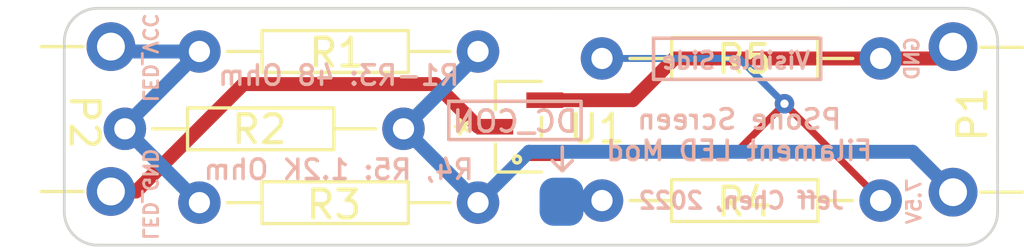
<source format=kicad_pcb>
(kicad_pcb (version 20211014) (generator pcbnew)
  (title_block (title "PSone Filament LCD Backlight Mod") (date "2022-08-20") (rev "1") (company "Jeff Chen"))
  (layers (0 "F.Cu" signal "Front") (31 "B.Cu" signal "Back") (34 "B.Paste" user) (35 "F.Paste" user) (36 "B.SilkS" user "B.Silkscreen") (37 "F.SilkS" user "F.Silkscreen") (38 "B.Mask" user) (39 "F.Mask" user) (44 "Edge.Cuts" user))
  (net 0 "")
  (net 1 "/GND")
  (net 2 "/LED_Vcc")
  (net 3 "/LED_GND")
  (net 4 "DC_CON")
  (net 5 "/DC7.5")
  (net 6 "/DC_CON_Split")
  (footprint "PSone Filament LCD Backlight Mod:THT_Resistor" (layer "F.Cu") (at 139.725 106.1)
    (fp_text reference "R4" (at 5.1 0.05 unlocked) (layer "F.SilkS"))
    (fp_text value "1.2K")
    (fp_line (start 7.75 -0.75) (end 7.75 0) (layer "F.SilkS") (width 0.12))
    (fp_line (start 2.5 0.75) (end 2.5 0) (layer "F.SilkS") (width 0.12))
    (fp_line (start 2.5 -0.75) (end 7.75 -0.75) (layer "F.SilkS") (width 0.12))
    (fp_line (start 7.75 0) (end 7.75 0.75) (layer "F.SilkS") (width 0.12))
    (fp_line (start 1 0) (end 2.5 0) (layer "F.SilkS") (width 0.12))
    (fp_line (start 7.75 0) (end 9 0) (layer "F.SilkS") (width 0.12))
    (fp_line (start 2.5 0) (end 2.5 -0.75) (layer "F.SilkS") (width 0.12))
    (fp_line (start 7.75 0.75) (end 2.5 0.75) (layer "F.SilkS") (width 0.12))
    (pad "1" thru_hole circle (at 0 0) (size 1.524 1.524) (drill 0.762) (layers *.Cu *.Mask) (net 4 "DC_CON"))
    (pad "2" thru_hole circle (at 10 0) (size 1.524 1.524) (drill 0.762) (layers *.Cu *.Mask) (net 6 "/DC_CON_Split"))
  )
  (footprint "PSone Filament LCD Backlight Mod:THT_Resistor" (layer "F.Cu") (at 132.6 103.525 180)
    (fp_text reference "R2" (at 5.175 -0.025 unlocked) (layer "F.SilkS"))
    (fp_text value "48")
    (fp_line (start 7.75 -0.75) (end 7.75 0) (layer "F.SilkS") (width 0.12))
    (fp_line (start 7.75 0) (end 9 0) (layer "F.SilkS") (width 0.12))
    (fp_line (start 2.5 -0.75) (end 7.75 -0.75) (layer "F.SilkS") (width 0.12))
    (fp_line (start 2.5 0) (end 2.5 -0.75) (layer "F.SilkS") (width 0.12))
    (fp_line (start 1 0) (end 2.5 0) (layer "F.SilkS") (width 0.12))
    (fp_line (start 7.75 0) (end 7.75 0.75) (layer "F.SilkS") (width 0.12))
    (fp_line (start 7.75 0.75) (end 2.5 0.75) (layer "F.SilkS") (width 0.12))
    (fp_line (start 2.5 0.75) (end 2.5 0) (layer "F.SilkS") (width 0.12))
    (pad "1" thru_hole circle (at 0 0 180) (size 1.524 1.524) (drill 0.762) (layers *.Cu *.Mask) (net 5 "/DC7.5"))
    (pad "2" thru_hole circle (at 10 0 180) (size 1.524 1.524) (drill 0.762) (layers *.Cu *.Mask) (net 2 "/LED_Vcc"))
  )
  (footprint "PSone Filament LCD Backlight Mod:THT_Resistor" (layer "F.Cu") (at 139.725 101)
    (fp_text reference "R5" (at 5.1 0.025 unlocked) (layer "F.SilkS"))
    (fp_text value "1.2K")
    (fp_line (start 7.75 0.75) (end 2.5 0.75) (layer "F.SilkS") (width 0.12))
    (fp_line (start 2.5 -0.75) (end 7.75 -0.75) (layer "F.SilkS") (width 0.12))
    (fp_line (start 7.75 0) (end 9 0) (layer "F.SilkS") (width 0.12))
    (fp_line (start 2.5 0) (end 2.5 -0.75) (layer "F.SilkS") (width 0.12))
    (fp_line (start 1 0) (end 2.5 0) (layer "F.SilkS") (width 0.12))
    (fp_line (start 2.5 0.75) (end 2.5 0) (layer "F.SilkS") (width 0.12))
    (fp_line (start 7.75 -0.75) (end 7.75 0) (layer "F.SilkS") (width 0.12))
    (fp_line (start 7.75 0) (end 7.75 0.75) (layer "F.SilkS") (width 0.12))
    (pad "1" thru_hole circle (at 0 0) (size 1.524 1.524) (drill 0.762) (layers *.Cu *.Mask) (net 6 "/DC_CON_Split"))
    (pad "2" thru_hole circle (at 10 0) (size 1.524 1.524) (drill 0.762) (layers *.Cu *.Mask) (net 1 "/GND"))
  )
  (footprint "PSone Filament LCD Backlight Mod:BSR14" (layer "F.Cu") (at 136.725 103.45 90)
    (fp_text reference "U1" (at -0.075 2.825) (layer "F.SilkS"))
    (fp_text value "SOT23_NEX")
    (fp_text user "*" (at 0 -1.7 90) (layer "F.SilkS"))
    (fp_line (start -1.6256 -0.8255) (end -1.6256 0.8255) (layer "F.SilkS") (width 0.12))
    (fp_line (start 1.6256 -0.8255) (end 0.61214 -0.8255) (layer "F.SilkS") (width 0.12))
    (fp_line (start -0.34036 0.8255) (end 0.34036 0.8255) (layer "F.SilkS") (width 0.12))
    (fp_line (start 1.6256 0.8255) (end 1.6256 -0.8255) (layer "F.SilkS") (width 0.12))
    (fp_line (start -0.61214 -0.8255) (end -1.6256 -0.8255) (layer "F.SilkS") (width 0.12))
    (fp_circle (center -1.175 -0.05) (end -1.048 -0.05) (layer "F.SilkS") (width 0.12) (fill none))
    (pad "1" smd rect (at -0.9525 0.9452 90) (size 0.5588 1.3208) (layers "F.Cu" "F.Paste" "F.Mask") (net 6 "/DC_CON_Split"))
    (pad "2" smd rect (at 0.9525 0.9452 90) (size 0.5588 1.3208) (layers "F.Cu" "F.Paste" "F.Mask") (net 1 "/GND"))
    (pad "3" smd rect (at 0 -0.84725 90) (size 0.5588 1.3208) (layers "F.Cu" "F.Paste" "F.Mask") (net 3 "/LED_GND"))
  )
  (footprint "PSone Filament LCD Backlight Mod:LED_PWR" (layer "F.Cu") (at 122.1 100.575)
    (fp_text reference "P2" (at -0.95 2.7 270 unlocked) (layer "F.SilkS"))
    (fp_text value "Power_Out")
    (fp_line (start -1 5.2) (end -2.5 5.2) (layer "F.SilkS") (width 0.12))
    (fp_line (start -1 0) (end -2.5 0) (layer "F.SilkS") (width 0.12))
    (pad "1" thru_hole circle (at 0 0) (size 1.75 1.75) (drill 1) (layers *.Cu *.Mask) (net 2 "/LED_Vcc"))
    (pad "2" thru_hole circle (at 0 5.2) (size 1.75 1.75) (drill 1) (layers *.Cu *.Mask) (net 3 "/LED_GND"))
  )
  (footprint "PSone Filament LCD Backlight Mod:THT_Resistor" (layer "F.Cu") (at 135.275 106.175 180)
    (fp_text reference "R3" (at 5.175 -0.075 unlocked) (layer "F.SilkS"))
    (fp_text value "48")
    (fp_line (start 7.75 0.75) (end 2.5 0.75) (layer "F.SilkS") (width 0.12))
    (fp_line (start 1 0) (end 2.5 0) (layer "F.SilkS") (width 0.12))
    (fp_line (start 2.5 -0.75) (end 7.75 -0.75) (layer "F.SilkS") (width 0.12))
    (fp_line (start 2.5 0) (end 2.5 -0.75) (layer "F.SilkS") (width 0.12))
    (fp_line (start 7.75 0) (end 7.75 0.75) (layer "F.SilkS") (width 0.12))
    (fp_line (start 7.75 -0.75) (end 7.75 0) (layer "F.SilkS") (width 0.12))
    (fp_line (start 2.5 0.75) (end 2.5 0) (layer "F.SilkS") (width 0.12))
    (fp_line (start 7.75 0) (end 9 0) (layer "F.SilkS") (width 0.12))
    (pad "1" thru_hole circle (at 0 0 180) (size 1.524 1.524) (drill 0.762) (layers *.Cu *.Mask) (net 5 "/DC7.5"))
    (pad "2" thru_hole circle (at 10 0 180) (size 1.524 1.524) (drill 0.762) (layers *.Cu *.Mask) (net 2 "/LED_Vcc"))
  )
  (footprint "PSone Filament LCD Backlight Mod:THT_Resistor" (layer "F.Cu") (at 135.275 100.75 180)
    (fp_text reference "R1" (at 5.075 -0.05 unlocked) (layer "F.SilkS"))
    (fp_text value "48")
    (fp_line (start 7.75 0) (end 7.75 0.75) (layer "F.SilkS") (width 0.12))
    (fp_line (start 7.75 -0.75) (end 7.75 0) (layer "F.SilkS") (width 0.12))
    (fp_line (start 7.75 0) (end 9 0) (layer "F.SilkS") (width 0.12))
    (fp_line (start 2.5 0.75) (end 2.5 0) (layer "F.SilkS") (width 0.12))
    (fp_line (start 2.5 -0.75) (end 7.75 -0.75) (layer "F.SilkS") (width 0.12))
    (fp_line (start 2.5 0) (end 2.5 -0.75) (layer "F.SilkS") (width 0.12))
    (fp_line (start 7.75 0.75) (end 2.5 0.75) (layer "F.SilkS") (width 0.12))
    (fp_line (start 1 0) (end 2.5 0) (layer "F.SilkS") (width 0.12))
    (pad "1" thru_hole circle (at 0 0 180) (size 1.524 1.524) (drill 0.762) (layers *.Cu *.Mask) (net 5 "/DC7.5"))
    (pad "2" thru_hole circle (at 10 0 180) (size 1.524 1.524) (drill 0.762) (layers *.Cu *.Mask) (net 2 "/LED_Vcc"))
  )
  (footprint "PSone Filament LCD Backlight Mod:DC75IN" (layer "F.Cu") (at 152.325 100.6)
    (fp_text reference "P1" (at 0.7 2.4 90 unlocked) (layer "F.SilkS"))
    (fp_text value "Power_In")
    (fp_line (start 1 5.2) (end 2.5 5.2) (layer "F.SilkS") (width 0.12))
    (fp_line (start 1 0) (end 2.5 0) (layer "F.SilkS") (width 0.12))
    (pad "1" thru_hole circle (at 0 5.2) (size 1.75 1.75) (drill 1) (layers *.Cu *.Mask) (net 5 "/DC7.5"))
    (pad "2" thru_hole circle (at 0 -0.025) (size 1.75 1.75) (drill 1) (layers *.Cu *.Mask) (net 1 "/GND"))
  )
  (gr_line (start 138.3 105.03) (end 137.94 104.67) (layer "B.SilkS") (width 0.127))
  (gr_rect (start 138.975 102.5375) (end 134.225 103.9125) (layer "B.SilkS") (width 0.127) (fill none))
  (gr_rect (start 147.575 100.275) (end 141.575 101.75) (layer "B.SilkS") (width 0.127) (fill none))
  (gr_line (start 138.66 104.67) (end 138.3 105.03) (layer "B.SilkS") (width 0.127))
  (gr_line (start 138.3 104.18) (end 138.3 105.03) (layer "B.SilkS") (width 0.127))
  (gr_line (start 153.926441 100.398454) (end 153.924895 106.5) (layer "Edge.Cuts") (width 0.1))
  (gr_line (start 120.425105 106.5) (end 120.425105 100.4) (layer "Edge.Cuts") (width 0.1))
  (gr_arc (start 120.425105 100.4) (mid 120.776546 99.551546) (end 121.625 99.200105) (layer "Edge.Cuts") (width 0.1))
  (gr_line (start 152.725 107.699895) (end 121.625 107.699895) (layer "Edge.Cuts") (width 0.1))
  (gr_line (start 121.625 99.200105) (end 152.726546 99.198559) (layer "Edge.Cuts") (width 0.1))
  (gr_arc (start 152.726546 99.198559) (mid 153.575 99.55) (end 153.926441 100.398454) (layer "Edge.Cuts") (width 0.1))
  (gr_arc (start 153.924895 106.5) (mid 153.573454 107.348454) (end 152.725 107.699895) (layer "Edge.Cuts") (width 0.1))
  (gr_arc (start 121.625 107.699895) (mid 120.776546 107.348454) (end 120.425105 106.5) (layer "Edge.Cuts") (width 0.1))
  (gr_text "LED_GND" (at 123.5 105.875 270) (layer "B.SilkS") (effects (font (size 0.5 0.5) (thickness 0.1)) (justify mirror)))
  (gr_text "PSone Screen\nFilament LED Mod" (at 144.65 103.75) (layer "B.SilkS") (effects (font (size 0.7 0.7) (thickness 0.127)) (justify mirror)))
  (gr_text "DC_CON" (at 136.6 103.2625) (layer "B.SilkS") (effects (font (size 0.762 0.762) (thickness 0.127)) (justify mirror)))
  (gr_text "LED_VCC" (at 123.5 100.975 270) (layer "B.SilkS") (effects (font (size 0.5 0.5) (thickness 0.1)) (justify mirror)))
  (gr_text "7.5V" (at 150.925 106.125 90) (layer "B.SilkS") (effects (font (size 0.5 0.5) (thickness 0.1)) (justify mirror)))
  (gr_text "Jeff Chen, 2022" (at 144.725 106.1) (layer "B.SilkS") (effects (font (size 0.6 0.6) (thickness 0.127)) (justify mirror)))
  (gr_text "R1-R3: 48 Ohm\n\n\nR4, R5: 1.2K Ohm" (at 130.275 103.3) (layer "B.SilkS") (effects (font (size 0.7 0.7) (thickness 0.125)) (justify mirror)))
  (gr_text "Visible Side" (at 144.525 101.075) (layer "B.SilkS") (effects (font (size 0.6 0.6) (thickness 0.127)) (justify mirror)))
  (gr_text "GND" (at 150.85 101 90) (layer "B.SilkS") (effects (font (size 0.5 0.5) (thickness 0.1)) (justify mirror)))
  (segment (start 137.6702 102.4975) (end 140.8275 102.4975) (width 0.5) (layer "F.Cu") (net 1))
  (segment (start 142.325 101) (end 149.725 101) (width 0.5) (layer "F.Cu") (net 1))
  (segment (start 140.8275 102.4975) (end 142.325 101) (width 0.5) (layer "F.Cu") (net 1))
  (segment (start 149.725 101) (end 151.9 101) (width 0.5) (layer "F.Cu") (net 1))
  (segment (start 151.9 101) (end 152.325 100.575) (width 0.5) (layer "F.Cu") (net 1))
  (segment (start 122.6 103.425) (end 125.275 100.75) (width 0.5) (layer "B.Cu") (net 2))
  (segment (start 125.275 100.75) (end 122.275 100.75) (width 0.5) (layer "B.Cu") (net 2))
  (segment (start 122.275 100.75) (end 122.1 100.575) (width 0.5) (layer "B.Cu") (net 2))
  (segment (start 125.25 106.175) (end 122.6 103.525) (width 0.5) (layer "B.Cu") (net 2))
  (segment (start 122.6 103.525) (end 122.6 103.425) (width 0.5) (layer "B.Cu") (net 2))
  (segment (start 125.275 106.175) (end 125.25 106.175) (width 0.5) (layer "B.Cu") (net 2))
  (segment (start 133.745 101.92) (end 126.855 101.92) (width 0.5) (layer "F.Cu") (net 3))
  (segment (start 126.855 101.92) (end 123 105.775) (width 0.5) (layer "F.Cu") (net 3))
  (segment (start 123 105.775) (end 122.1 105.775) (width 0.5) (layer "F.Cu") (net 3))
  (segment (start 135.275 103.45) (end 133.745 101.92) (width 0.5) (layer "F.Cu") (net 3))
  (segment (start 135.87775 103.45) (end 135.275 103.45) (width 0.5) (layer "F.Cu") (net 3))
  (segment (start 138.75 106.1) (end 138.375 106.475) (width 0.25) (layer "B.Cu") (net 4))
  (segment (start 139.725 106.1) (end 138.75 106.1) (width 0.25) (layer "B.Cu") (net 4))
  (segment (start 150.875 104.35) (end 152.325 105.8) (width 0.5) (layer "B.Cu") (net 5))
  (segment (start 135.275 100.85) (end 132.6 103.525) (width 0.5) (layer "B.Cu") (net 5))
  (segment (start 137.1 104.35) (end 150.875 104.35) (width 0.5) (layer "B.Cu") (net 5))
  (segment (start 135.275 100.75) (end 135.275 100.85) (width 0.5) (layer "B.Cu") (net 5))
  (segment (start 135.275 106.175) (end 132.625 103.525) (width 0.5) (layer "B.Cu") (net 5))
  (segment (start 135.275 106.175) (end 137.1 104.35) (width 0.5) (layer "B.Cu") (net 5))
  (segment (start 132.625 103.525) (end 132.6 103.525) (width 0.5) (layer "B.Cu") (net 5))
  (segment (start 146.275 102.625) (end 149.725 106.075) (width 0.25) (layer "F.Cu") (net 6))
  (segment (start 149.725 106.075) (end 149.725 106.1) (width 0.25) (layer "F.Cu") (net 6))
  (segment (start 144.5 104.4) (end 137.925 104.4) (width 0.25) (layer "F.Cu") (net 6))
  (segment (start 146.275 102.625) (end 144.5 104.4) (width 0.25) (layer "F.Cu") (net 6))
  (via (at 146.275 102.625) (size 0.7) (drill 0.3) (layers "F.Cu" "B.Cu") (net 6))
  (segment (start 146.275 102.625) (end 144.65 101) (width 0.25) (layer "B.Cu") (net 6))
  (segment (start 144.65 101) (end 139.725 101) (width 0.25) (layer "B.Cu") (net 6))
  (zone (net 4) (net_name "DC_CON") (layer "B.Cu") (name "DC_CON Landing") (connect_pads yes (clearance 0.508)) (min_thickness 0.254) (fill yes (thermal_gap 0.508) (thermal_bridge_width 0.508) (smoothing fillet) (radius 0.5))
    (polygon (pts (xy 139.06 107.005) (xy 137.485 107.005) (xy 137.485 105.28) (xy 139.06 105.28)))
  )
)
</source>
